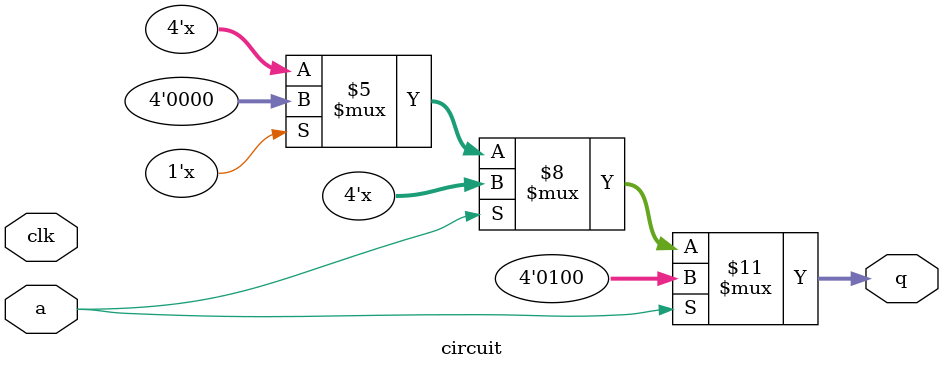
<source format=v>
`timescale 1ns / 1ps


module circuit(
    input a, clk,
    output reg [3:0] q    
    );
    
    always @(*) begin
        q = q + 3'b001;
        if (a) begin
            q = 3'b100;
        end
        else if (q == 3'b111) begin
            q = 3'b0;
        end
    end    
endmodule

</source>
